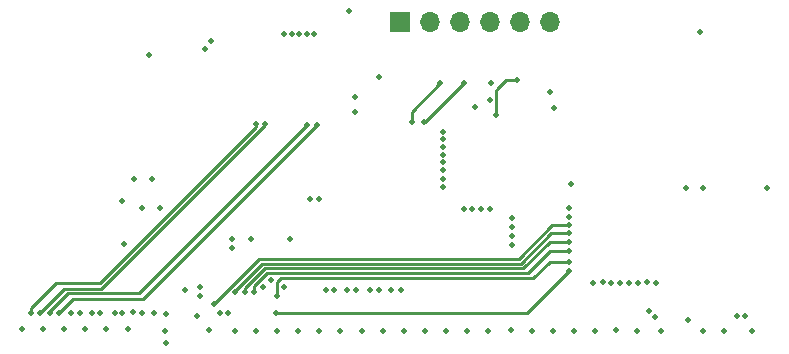
<source format=gbr>
%TF.GenerationSoftware,KiCad,Pcbnew,(6.0.1)*%
%TF.CreationDate,2022-10-22T09:43:17+02:00*%
%TF.ProjectId,so-dimm-esp32-cm,736f2d64-696d-46d2-9d65-737033322d63,rev?*%
%TF.SameCoordinates,Original*%
%TF.FileFunction,Copper,L3,Inr*%
%TF.FilePolarity,Positive*%
%FSLAX46Y46*%
G04 Gerber Fmt 4.6, Leading zero omitted, Abs format (unit mm)*
G04 Created by KiCad (PCBNEW (6.0.1)) date 2022-10-22 09:43:17*
%MOMM*%
%LPD*%
G01*
G04 APERTURE LIST*
%TA.AperFunction,ComponentPad*%
%ADD10R,1.700000X1.700000*%
%TD*%
%TA.AperFunction,ComponentPad*%
%ADD11O,1.700000X1.700000*%
%TD*%
%TA.AperFunction,ViaPad*%
%ADD12C,0.500000*%
%TD*%
%TA.AperFunction,Conductor*%
%ADD13C,0.250000*%
%TD*%
G04 APERTURE END LIST*
D10*
%TO.N,/ESP32-CM/ESP_EN{slash}CM_RUN*%
%TO.C,J2*%
X149606000Y-78994000D03*
D11*
%TO.N,/ESP32-CM/IO0*%
X152146000Y-78994000D03*
%TO.N,/ESP32-CM/RXD0*%
X154686000Y-78994000D03*
%TO.N,/ESP32-CM/TXD0*%
X157226000Y-78994000D03*
%TO.N,GND*%
X159766000Y-78994000D03*
%TO.N,+3V3*%
X162306000Y-78994000D03*
%TD*%
D12*
%TO.N,+3V3*%
X127762000Y-94742000D03*
X178816000Y-103886000D03*
X178181000Y-103886000D03*
X128397000Y-81788000D03*
X129794000Y-106172000D03*
X175260000Y-93091000D03*
X180721000Y-93091000D03*
X162647829Y-86341073D03*
X173863000Y-93091000D03*
X132461000Y-103886000D03*
%TO.N,GND*%
X142748000Y-105156000D03*
X169672000Y-105156000D03*
X140462000Y-80010000D03*
X126096092Y-94193160D03*
X122936000Y-105029000D03*
X179451000Y-105156000D03*
X144526000Y-105156000D03*
X177038000Y-105156000D03*
X121158000Y-105029000D03*
X129767679Y-105169968D03*
X135636000Y-105156000D03*
X153543000Y-105156000D03*
X140970000Y-105156000D03*
X146431000Y-105156000D03*
X139192000Y-105156000D03*
X164338000Y-105156000D03*
X139827000Y-80010000D03*
X126619000Y-105029000D03*
X157099000Y-105156000D03*
X133481181Y-105135763D03*
X148209000Y-105156000D03*
X137414000Y-105156000D03*
X160782000Y-105156000D03*
X155321000Y-105156000D03*
X149987000Y-105156000D03*
X141732000Y-80010000D03*
X162560000Y-105156000D03*
X119380000Y-105029000D03*
X171704000Y-105156000D03*
X166116000Y-105156000D03*
X175260000Y-105156000D03*
X117602000Y-105029000D03*
X141097000Y-80010000D03*
X167907617Y-105127499D03*
X151765000Y-105156000D03*
X124714000Y-105029000D03*
X142367000Y-80010000D03*
X126238000Y-97790000D03*
X159004000Y-105127499D03*
%TO.N,/~{E1_INT}*%
X157353000Y-84201000D03*
X145796000Y-85344000D03*
X155956000Y-86233000D03*
%TO.N,/SCL*%
X120777000Y-103632000D03*
X142621000Y-87757000D03*
%TO.N,/SDA*%
X141732000Y-87757000D03*
X120015000Y-103632000D03*
X157209500Y-85625925D03*
X162369000Y-84963000D03*
%TO.N,/~{E2_INT}*%
X159512000Y-83947000D03*
X157734000Y-86868000D03*
X145796000Y-86614000D03*
X164084000Y-92710000D03*
%TO.N,E2_IO0_0*%
X148844000Y-101726433D03*
X163957000Y-94742000D03*
%TO.N,E2_IO0_1*%
X163957000Y-95504000D03*
X149733000Y-101726433D03*
%TO.N,E2_IO0_2*%
X133858000Y-102870000D03*
X163957161Y-96251538D03*
%TO.N,E2_IO0_3*%
X163949923Y-96901000D03*
X135636000Y-101854000D03*
%TO.N,E2_IO0_4*%
X163957000Y-97663000D03*
X136525000Y-101854000D03*
%TO.N,E2_IO0_5*%
X163957000Y-98425000D03*
X137287000Y-101854000D03*
%TO.N,E2_IO0_6*%
X139203602Y-102243702D03*
X163957000Y-99314000D03*
%TO.N,E2_IO0_7*%
X139159856Y-103632000D03*
X163957000Y-100076000D03*
%TO.N,E2_IO1_0*%
X171323000Y-101092000D03*
%TO.N,E2_IO1_1*%
X170508188Y-101038056D03*
%TO.N,E2_IO1_2*%
X169799000Y-101092000D03*
%TO.N,E2_IO1_3*%
X169037000Y-101092000D03*
%TO.N,E2_IO1_4*%
X168275000Y-101092000D03*
%TO.N,E2_IO1_5*%
X167511269Y-101092000D03*
%TO.N,E2_IO1_6*%
X166782447Y-101079066D03*
%TO.N,E2_IO1_7*%
X165989000Y-101090812D03*
%TO.N,E1_IO0_0*%
X121778497Y-103632000D03*
X153289036Y-88319488D03*
%TO.N,/ESP32-CM/SDA0*%
X155067000Y-84201000D03*
X118364000Y-103632000D03*
X137414000Y-87630000D03*
X151638000Y-87503000D03*
%TO.N,E1_IO0_1*%
X122555000Y-103632000D03*
X153288615Y-88968990D03*
%TO.N,E1_IO0_2*%
X153288615Y-89618493D03*
X123556497Y-103632000D03*
%TO.N,E1_IO0_3*%
X153288606Y-90267995D03*
X124206000Y-103632000D03*
%TO.N,/ESP32-CM/ESP_EN{slash}CM_RUN*%
X175006000Y-79883000D03*
X173990000Y-104267000D03*
X129302500Y-94742000D03*
X147828000Y-83693000D03*
%TO.N,/ESP32-CM/RXD0*%
X133609198Y-80630518D03*
X132715000Y-101473000D03*
%TO.N,/ESP32-CM/TXD0*%
X132715000Y-102235000D03*
X133084698Y-81280000D03*
%TO.N,E1_IO0_4*%
X125461497Y-103632000D03*
X153289000Y-90917497D03*
%TO.N,E1_IO0_5*%
X153289000Y-91567000D03*
X126111000Y-103632000D03*
%TO.N,E1_IO0_6*%
X153288574Y-92314498D03*
X127793085Y-103632000D03*
%TO.N,E1_IO0_7*%
X153289000Y-92964000D03*
X128778000Y-103632000D03*
%TO.N,E1_IO1_0*%
X145161000Y-101726433D03*
X159131000Y-95631000D03*
%TO.N,E1_IO1_1*%
X159131000Y-96393000D03*
X145923000Y-101726433D03*
%TO.N,E1_IO1_2*%
X159131000Y-97155000D03*
X147066000Y-101726433D03*
%TO.N,E1_IO1_3*%
X147828000Y-101726433D03*
X159131000Y-97917000D03*
%TO.N,E1_IO1_4*%
X144018000Y-101727000D03*
X157211497Y-94869000D03*
%TO.N,E1_IO1_5*%
X143368498Y-101726615D03*
X156464000Y-94869000D03*
%TO.N,E1_IO1_6*%
X155702000Y-94869000D03*
X135031990Y-103631812D03*
%TO.N,E1_IO1_7*%
X155006179Y-94823065D03*
X134382500Y-103635840D03*
%TO.N,/ESP32-CM/SCL0*%
X138176000Y-87630000D03*
X150622000Y-87503000D03*
X119126000Y-103632000D03*
X153035000Y-84201000D03*
%TO.N,/ESP32-CM/IO0*%
X145288000Y-78105000D03*
%TO.N,/ESP32-CM/USB_D-*%
X171207166Y-104024166D03*
X141987000Y-93980000D03*
%TO.N,/ESP32-CM/USB_D+*%
X170676834Y-103493834D03*
X142737000Y-93980000D03*
%TO.N,/ESP32-CM/V1SPI_CS*%
X139843500Y-101473000D03*
X140335000Y-97409000D03*
%TO.N,/ESP32-CM/V0SPI_CLK*%
X128651000Y-92329000D03*
X131445000Y-101727000D03*
%TO.N,/ESP32-CM/V0SPI_MOSI*%
X129794000Y-103744497D03*
X135382000Y-98171000D03*
%TO.N,/ESP32-CM/V0SPI_MISO*%
X126979775Y-103611776D03*
X127127000Y-92329000D03*
%TO.N,/ESP32-CM/GPIO15{slash}RTS*%
X138025846Y-101473000D03*
X135382000Y-97409000D03*
%TO.N,/ESP32-CM/GPIO16{slash}CTS*%
X137033000Y-97409000D03*
X138684000Y-100838000D03*
%TD*%
D13*
%TO.N,/SCL*%
X121920000Y-102489000D02*
X127889000Y-102489000D01*
X127889000Y-102489000D02*
X142621000Y-87757000D01*
X120777000Y-103632000D02*
X121920000Y-102489000D01*
%TO.N,/SDA*%
X127489489Y-101999511D02*
X141732000Y-87757000D01*
X121520489Y-101999511D02*
X127489489Y-101999511D01*
X120015000Y-103632000D02*
X120015000Y-103505000D01*
X120015000Y-103505000D02*
X121520489Y-101999511D01*
%TO.N,/~{E2_INT}*%
X158623000Y-83947000D02*
X157861000Y-84709000D01*
X157861000Y-84709000D02*
X157734000Y-84836000D01*
X157734000Y-84836000D02*
X157734000Y-86868000D01*
X159512000Y-83947000D02*
X158623000Y-83947000D01*
%TO.N,E2_IO0_2*%
X162517468Y-96251538D02*
X159709006Y-99060000D01*
X159709006Y-99060000D02*
X137668000Y-99060000D01*
X137668000Y-99060000D02*
X133858000Y-102870000D01*
X163957161Y-96251538D02*
X162517468Y-96251538D01*
%TO.N,E2_IO0_3*%
X159840044Y-99493956D02*
X137924769Y-99493957D01*
X137924769Y-99493957D02*
X135636000Y-101782726D01*
X135636000Y-101782726D02*
X135636000Y-101854000D01*
X163949923Y-96901000D02*
X162433000Y-96901000D01*
X162433000Y-96901000D02*
X159840044Y-99493956D01*
%TO.N,E2_IO0_4*%
X160075533Y-99893467D02*
X138174538Y-99893468D01*
X136525000Y-101543006D02*
X136525000Y-101854000D01*
X163957000Y-97663000D02*
X162306000Y-97663000D01*
X138174538Y-99893468D02*
X136525000Y-101543006D01*
X162306000Y-97663000D02*
X160075533Y-99893467D01*
%TO.N,E2_IO0_5*%
X137287000Y-101346000D02*
X137287000Y-101854000D01*
X160438022Y-100292978D02*
X138340022Y-100292978D01*
X138340022Y-100292978D02*
X137287000Y-101346000D01*
X162306000Y-98425000D02*
X160438022Y-100292978D01*
X163957000Y-98425000D02*
X162306000Y-98425000D01*
%TO.N,E2_IO0_6*%
X139591511Y-100692489D02*
X139203602Y-101080398D01*
X162306000Y-99314000D02*
X160927511Y-100692489D01*
X160927511Y-100692489D02*
X139591511Y-100692489D01*
X139203602Y-101080398D02*
X139203602Y-102243702D01*
X163957000Y-99314000D02*
X162306000Y-99314000D01*
%TO.N,E2_IO0_7*%
X160401000Y-103632000D02*
X139159856Y-103632000D01*
X163957000Y-100076000D02*
X160401000Y-103632000D01*
%TO.N,/ESP32-CM/SDA0*%
X137414000Y-87884000D02*
X137414000Y-87630000D01*
X124206000Y-101092000D02*
X137414000Y-87884000D01*
X118364000Y-103251000D02*
X120523000Y-101092000D01*
X151765000Y-87503000D02*
X151638000Y-87503000D01*
X120523000Y-101092000D02*
X124206000Y-101092000D01*
X155067000Y-84201000D02*
X151765000Y-87503000D01*
X118364000Y-103632000D02*
X118364000Y-103251000D01*
%TO.N,/ESP32-CM/SCL0*%
X124333000Y-101600000D02*
X138176000Y-87757000D01*
X150622000Y-86614000D02*
X150622000Y-87503000D01*
X121158000Y-101600000D02*
X124333000Y-101600000D01*
X153035000Y-84201000D02*
X150622000Y-86614000D01*
X138176000Y-87757000D02*
X138176000Y-87630000D01*
X119126000Y-103632000D02*
X121158000Y-101600000D01*
%TD*%
M02*

</source>
